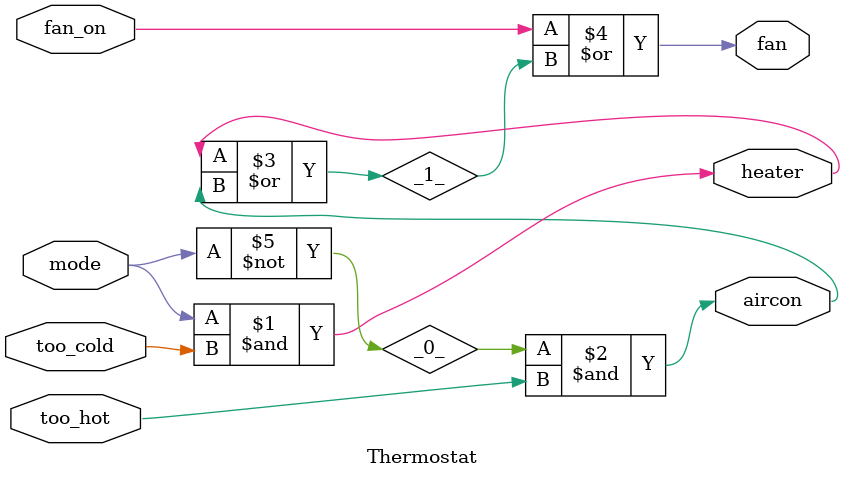
<source format=v>
/* Generated by Yosys 0.62+77 (git sha1 679156d32, g++ 11.5.0 -fPIC -O3) */

module Thermostat(too_cold, too_hot, mode, fan_on, heater, aircon, fan);
  input too_cold;
  wire too_cold;
  input too_hot;
  wire too_hot;
  input mode;
  wire mode;
  input fan_on;
  wire fan_on;
  output heater;
  wire heater;
  output aircon;
  wire aircon;
  output fan;
  wire fan;
  wire _0_;
  wire _1_;
  assign heater = mode & too_cold;
  assign aircon = _0_ & too_hot;
  assign _1_ = heater | aircon;
  assign fan = fan_on | _1_;
  assign _0_ = ~mode;
endmodule

</source>
